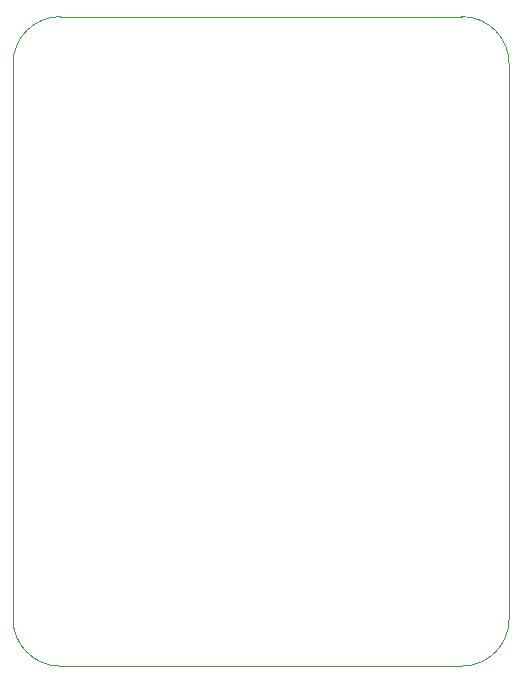
<source format=gbr>
%TF.GenerationSoftware,KiCad,Pcbnew,(6.99.0-1335-gdeb7a0beff)*%
%TF.CreationDate,2022-04-17T14:10:24+02:00*%
%TF.ProjectId,pcb_proto,7063625f-7072-46f7-946f-2e6b69636164,rev?*%
%TF.SameCoordinates,Original*%
%TF.FileFunction,Profile,NP*%
%FSLAX46Y46*%
G04 Gerber Fmt 4.6, Leading zero omitted, Abs format (unit mm)*
G04 Created by KiCad (PCBNEW (6.99.0-1335-gdeb7a0beff)) date 2022-04-17 14:10:24*
%MOMM*%
%LPD*%
G01*
G04 APERTURE LIST*
%TA.AperFunction,Profile*%
%ADD10C,0.100000*%
%TD*%
G04 APERTURE END LIST*
D10*
X109000000Y-105000000D02*
G75*
G03*
X113000000Y-109000000I4000000J0D01*
G01*
X147000000Y-54000000D02*
X119000000Y-54000000D01*
X151000000Y-58000000D02*
G75*
G03*
X147000000Y-54000000I-4000000J0D01*
G01*
X119000000Y-54000000D02*
X113000000Y-54000000D01*
X113000000Y-54000000D02*
G75*
G03*
X109000000Y-58000000I0J-4000000D01*
G01*
X151000000Y-105000000D02*
X151000000Y-58000000D01*
X113000000Y-109000000D02*
X147000000Y-109000000D01*
X147000000Y-109000000D02*
G75*
G03*
X151000000Y-105000000I0J4000000D01*
G01*
X109000000Y-58000000D02*
X109000000Y-105000000D01*
M02*

</source>
